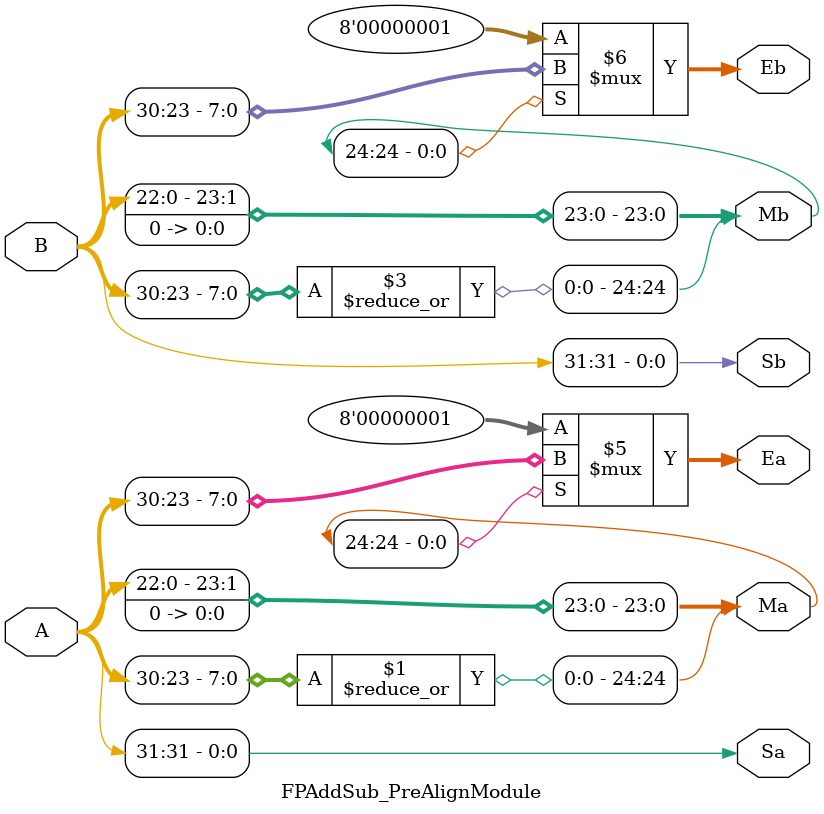
<source format=v>
`timescale 1ns / 1ps


module FPAddSub_PreAlignModule(
		A,
		B,
		Sa,
		Sb,
		Ea,
		Eb,
		Ma,
		Mb
	);
	
	// Input ports
	input [31:0] A ;								// Input A, a 32-bit floating point number
	input [31:0] B ;								// Input B, a 32-bit floating point number
	
	// Output ports
	output Sa ;										// A's sign
	output Sb ;										// B's sign
	output [7:0] Ea ;								// A's exponent
	output [7:0] Eb ;								// B's exponent
	output [24:0] Ma ;							// A's mantissa (explicit 1)
	output [24:0] Mb ;							// B's mantissa (explicit 1)
	
	// Internal signals
	wire AEx ;										// A is an exception: denormalized, underflow or infinity
	wire BEx ;										// B is an exception: denormalized, underflow or infinity
	
	// Exception checking
	assign AEx = ~|(A[30:23]);					// Check for all-zero exponents in A (for exception case)
	assign BEx = ~|(B[30:23]);					// Check for all-zero exponents in B (for exception case)

	// Take input numbers apart
	assign Sa = A[31] ;							// A's sign
	assign Sb = B[31] ;							// B's sign
	assign Ea = (AEx ? 8'b1 : A[30:23]);	// Store A's exponent in Ea, unless A is an exception
	assign Eb = (BEx ? 8'b1 : B[30:23]);	// Store B's exponent in Eb, unless B is an exception	
	assign Ma = {~AEx, A[22:0], 1'b0} ;		// Prepend implicit 1 to A's mantissa and append 0 (unless exception)
	assign Mb = {~BEx, B[22:0], 1'b0} ;		// Prepend implicit 1 to B's mantissa and append 0 (unless exception)
    
endmodule

</source>
